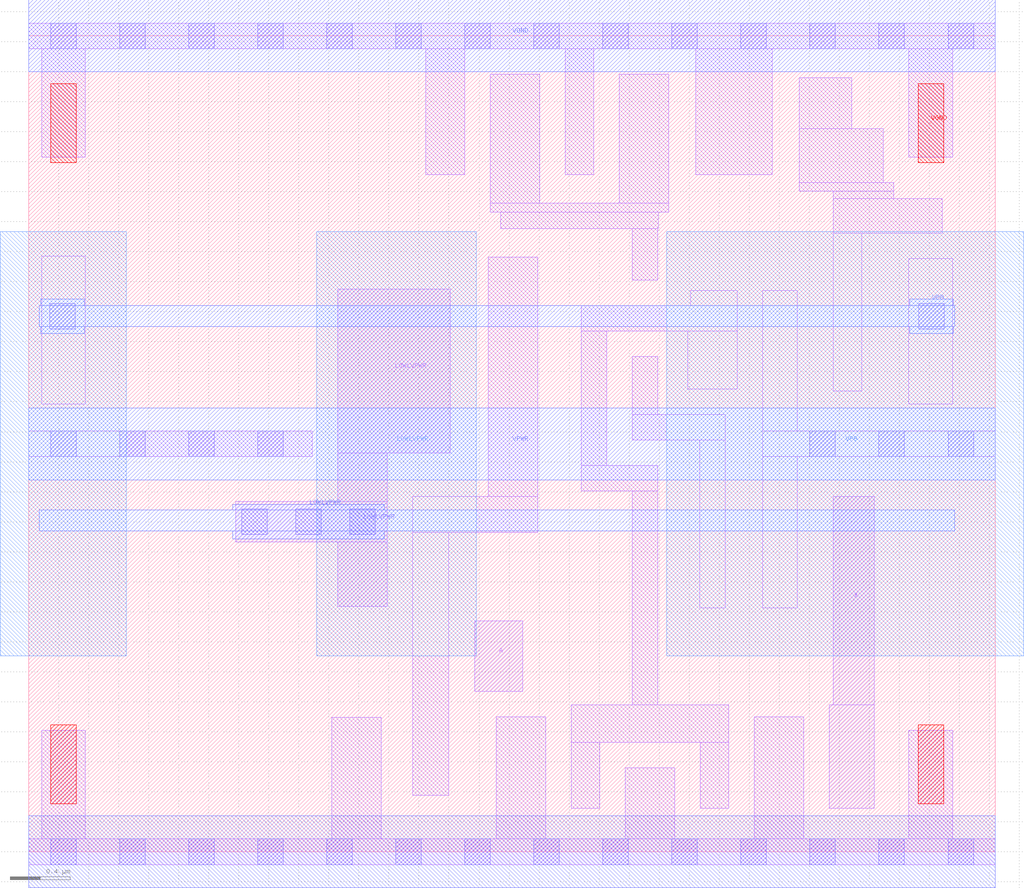
<source format=lef>
# Copyright 2020 The SkyWater PDK Authors
#
# Licensed under the Apache License, Version 2.0 (the "License");
# you may not use this file except in compliance with the License.
# You may obtain a copy of the License at
#
#     https://www.apache.org/licenses/LICENSE-2.0
#
# Unless required by applicable law or agreed to in writing, software
# distributed under the License is distributed on an "AS IS" BASIS,
# WITHOUT WARRANTIES OR CONDITIONS OF ANY KIND, either express or implied.
# See the License for the specific language governing permissions and
# limitations under the License.
#
# SPDX-License-Identifier: Apache-2.0

VERSION 5.7 ;
  NOWIREEXTENSIONATPIN ON ;
  DIVIDERCHAR "/" ;
  BUSBITCHARS "[]" ;
MACRO sky130_fd_sc_hd__lpflow_lsbuf_lh_isowell_tap_1
  CLASS CORE WELLTAP ;
  FOREIGN sky130_fd_sc_hd__lpflow_lsbuf_lh_isowell_tap_1 ;
  ORIGIN  0.000000  0.000000 ;
  SIZE  6.440000 BY  5.440000 ;
  SYMMETRY X Y R90 ;
  SITE unithd ;
  PIN A
    ANTENNAGATEAREA  0.603000 ;
    DIRECTION INPUT ;
    USE SIGNAL ;
    PORT
      LAYER li1 ;
        RECT 2.970000 1.070000 3.290000 1.540000 ;
    END
  END A
  PIN X
    ANTENNADIFFAREA  0.402500 ;
    DIRECTION OUTPUT ;
    USE SIGNAL ;
    PORT
      LAYER li1 ;
        RECT 5.335000 0.290000 5.635000 0.980000 ;
        RECT 5.360000 0.980000 5.635000 2.370000 ;
    END
  END X
  PIN LOWLVPWR
    DIRECTION INOUT ;
    SHAPE ABUTMENT ;
    USE POWER ;
    PORT
      LAYER li1 ;
        RECT 1.380000 2.065000 2.390000 2.335000 ;
        RECT 2.060000 1.635000 2.390000 2.065000 ;
        RECT 2.060000 2.335000 2.390000 2.660000 ;
        RECT 2.060000 2.660000 2.810000 3.750000 ;
      LAYER mcon ;
        RECT 1.420000 2.115000 1.590000 2.285000 ;
        RECT 1.780000 2.115000 1.950000 2.285000 ;
        RECT 2.140000 2.115000 2.310000 2.285000 ;
    END
    PORT
      LAYER met1 ;
        RECT 0.070000 2.140000 6.170000 2.280000 ;
        RECT 1.360000 2.085000 2.370000 2.140000 ;
        RECT 1.360000 2.280000 2.370000 2.315000 ;
      LAYER nwell ;
        RECT 1.920000 1.305000 2.980000 4.135000 ;
    END
  END LOWLVPWR
  PIN VGND
    DIRECTION INOUT ;
    SHAPE ABUTMENT ;
    USE GROUND ;
    PORT
      LAYER met1 ;
        RECT 0.000000 5.200000 6.440000 5.680000 ;
      LAYER pwell ;
        RECT 0.145000 4.595000 0.315000 5.120000 ;
        RECT 5.925000 4.595000 6.095000 5.120000 ;
    END
  END VGND
  PIN VPB
    DIRECTION INOUT ;
    USE POWER ;
    PORT
      LAYER met1 ;
        RECT 0.070000 3.500000 6.170000 3.640000 ;
        RECT 0.080000 3.455000 0.370000 3.500000 ;
        RECT 0.080000 3.640000 0.370000 3.685000 ;
        RECT 5.870000 3.455000 6.160000 3.500000 ;
        RECT 5.870000 3.640000 6.160000 3.685000 ;
      LAYER nwell ;
        RECT -0.190000 1.305000 0.650000 4.135000 ;
        RECT  4.250000 1.305000 6.630000 4.135000 ;
    END
  END VPB
  PIN VPWR
    DIRECTION INOUT ;
    SHAPE ABUTMENT ;
    USE POWER ;
    PORT
      LAYER met1 ;
        RECT 0.000000 2.480000 6.440000 2.960000 ;
    END
  END VPWR
  OBS
    LAYER li1 ;
      RECT 0.000000 -0.085000 6.440000 0.085000 ;
      RECT 0.000000  2.635000 1.890000 2.805000 ;
      RECT 0.000000  5.355000 6.440000 5.525000 ;
      RECT 0.085000  0.085000 0.375000 0.810000 ;
      RECT 0.085000  2.985000 0.375000 3.970000 ;
      RECT 0.085000  4.630000 0.375000 5.355000 ;
      RECT 2.020000  0.085000 2.350000 0.895000 ;
      RECT 2.560000  0.375000 2.800000 2.130000 ;
      RECT 2.560000  2.130000 3.390000 2.370000 ;
      RECT 2.645000  4.515000 2.905000 5.355000 ;
      RECT 3.060000  2.370000 3.390000 3.965000 ;
      RECT 3.075000  4.265000 4.265000 4.325000 ;
      RECT 3.075000  4.325000 3.405000 5.185000 ;
      RECT 3.115000  0.085000 3.445000 0.900000 ;
      RECT 3.145000  4.155000 4.195000 4.265000 ;
      RECT 3.575000  4.515000 3.765000 5.355000 ;
      RECT 3.615000  0.290000 3.805000 0.730000 ;
      RECT 3.615000  0.730000 4.665000 0.980000 ;
      RECT 3.680000  2.405000 4.190000 2.575000 ;
      RECT 3.680000  2.575000 3.850000 3.470000 ;
      RECT 3.680000  3.470000 4.720000 3.640000 ;
      RECT 3.935000  4.325000 4.265000 5.185000 ;
      RECT 3.975000  0.085000 4.305000 0.560000 ;
      RECT 4.020000  0.980000 4.190000 2.405000 ;
      RECT 4.020000  2.745000 4.640000 2.915000 ;
      RECT 4.020000  2.915000 4.190000 3.300000 ;
      RECT 4.020000  3.810000 4.190000 4.155000 ;
      RECT 4.390000  3.085000 4.720000 3.470000 ;
      RECT 4.410000  3.640000 4.720000 3.740000 ;
      RECT 4.445000  4.515000 4.955000 5.355000 ;
      RECT 4.470000  1.625000 4.640000 2.745000 ;
      RECT 4.475000  0.290000 4.665000 0.730000 ;
      RECT 4.835000  0.085000 5.165000 0.900000 ;
      RECT 4.890000  1.625000 5.120000 2.635000 ;
      RECT 4.890000  2.635000 6.440000 2.805000 ;
      RECT 4.890000  2.805000 5.120000 3.740000 ;
      RECT 5.135000  4.405000 5.765000 4.460000 ;
      RECT 5.135000  4.460000 5.695000 4.820000 ;
      RECT 5.135000  4.820000 5.485000 5.160000 ;
      RECT 5.360000  3.070000 5.550000 4.125000 ;
      RECT 5.360000  4.125000 6.085000 4.355000 ;
      RECT 5.360000  4.355000 5.765000 4.405000 ;
      RECT 5.865000  0.085000 6.155000 0.810000 ;
      RECT 5.865000  2.985000 6.155000 3.955000 ;
      RECT 5.865000  4.630000 6.155000 5.355000 ;
    LAYER mcon ;
      RECT 0.140000  3.485000 0.310000 3.655000 ;
      RECT 0.145000 -0.085000 0.315000 0.085000 ;
      RECT 0.145000  2.635000 0.315000 2.805000 ;
      RECT 0.145000  5.355000 0.315000 5.525000 ;
      RECT 0.605000 -0.085000 0.775000 0.085000 ;
      RECT 0.605000  2.635000 0.775000 2.805000 ;
      RECT 0.605000  5.355000 0.775000 5.525000 ;
      RECT 1.065000 -0.085000 1.235000 0.085000 ;
      RECT 1.065000  2.635000 1.235000 2.805000 ;
      RECT 1.065000  5.355000 1.235000 5.525000 ;
      RECT 1.525000 -0.085000 1.695000 0.085000 ;
      RECT 1.525000  2.635000 1.695000 2.805000 ;
      RECT 1.525000  5.355000 1.695000 5.525000 ;
      RECT 1.985000 -0.085000 2.155000 0.085000 ;
      RECT 1.985000  5.355000 2.155000 5.525000 ;
      RECT 2.445000 -0.085000 2.615000 0.085000 ;
      RECT 2.445000  5.355000 2.615000 5.525000 ;
      RECT 2.905000 -0.085000 3.075000 0.085000 ;
      RECT 2.905000  5.355000 3.075000 5.525000 ;
      RECT 3.365000 -0.085000 3.535000 0.085000 ;
      RECT 3.365000  5.355000 3.535000 5.525000 ;
      RECT 3.825000 -0.085000 3.995000 0.085000 ;
      RECT 3.825000  5.355000 3.995000 5.525000 ;
      RECT 4.285000 -0.085000 4.455000 0.085000 ;
      RECT 4.285000  5.355000 4.455000 5.525000 ;
      RECT 4.745000 -0.085000 4.915000 0.085000 ;
      RECT 4.745000  5.355000 4.915000 5.525000 ;
      RECT 5.205000 -0.085000 5.375000 0.085000 ;
      RECT 5.205000  2.635000 5.375000 2.805000 ;
      RECT 5.205000  5.355000 5.375000 5.525000 ;
      RECT 5.665000 -0.085000 5.835000 0.085000 ;
      RECT 5.665000  2.635000 5.835000 2.805000 ;
      RECT 5.665000  5.355000 5.835000 5.525000 ;
      RECT 5.930000  3.485000 6.100000 3.655000 ;
      RECT 6.125000 -0.085000 6.295000 0.085000 ;
      RECT 6.125000  2.635000 6.295000 2.805000 ;
      RECT 6.125000  5.355000 6.295000 5.525000 ;
    LAYER met1 ;
      RECT 0.000000 -0.240000 6.440000 0.240000 ;
    LAYER pwell ;
      RECT 0.145000 0.320000 0.315000 0.845000 ;
      RECT 5.925000 0.320000 6.095000 0.845000 ;
  END
END sky130_fd_sc_hd__lpflow_lsbuf_lh_isowell_tap_1
END LIBRARY

</source>
